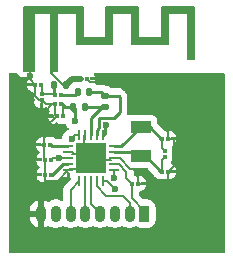
<source format=gbr>
%TF.GenerationSoftware,KiCad,Pcbnew,8.0.0*%
%TF.CreationDate,2025-02-14T14:26:33-04:00*%
%TF.ProjectId,Proyecto 1 Kicad,50726f79-6563-4746-9f20-31204b696361,rev?*%
%TF.SameCoordinates,Original*%
%TF.FileFunction,Copper,L1,Top*%
%TF.FilePolarity,Positive*%
%FSLAX46Y46*%
G04 Gerber Fmt 4.6, Leading zero omitted, Abs format (unit mm)*
G04 Created by KiCad (PCBNEW 8.0.0) date 2025-02-14 14:26:33*
%MOMM*%
%LPD*%
G01*
G04 APERTURE LIST*
G04 Aperture macros list*
%AMRoundRect*
0 Rectangle with rounded corners*
0 $1 Rounding radius*
0 $2 $3 $4 $5 $6 $7 $8 $9 X,Y pos of 4 corners*
0 Add a 4 corners polygon primitive as box body*
4,1,4,$2,$3,$4,$5,$6,$7,$8,$9,$2,$3,0*
0 Add four circle primitives for the rounded corners*
1,1,$1+$1,$2,$3*
1,1,$1+$1,$4,$5*
1,1,$1+$1,$6,$7*
1,1,$1+$1,$8,$9*
0 Add four rect primitives between the rounded corners*
20,1,$1+$1,$2,$3,$4,$5,0*
20,1,$1+$1,$4,$5,$6,$7,0*
20,1,$1+$1,$6,$7,$8,$9,0*
20,1,$1+$1,$8,$9,$2,$3,0*%
G04 Aperture macros list end*
%TA.AperFunction,Conductor*%
%ADD10C,0.152400*%
%TD*%
%TA.AperFunction,EtchedComponent*%
%ADD11C,0.152400*%
%TD*%
%TA.AperFunction,SMDPad,CuDef*%
%ADD12R,1.800000X1.000000*%
%TD*%
%TA.AperFunction,SMDPad,CuDef*%
%ADD13RoundRect,0.062500X0.062500X-0.350000X0.062500X0.350000X-0.062500X0.350000X-0.062500X-0.350000X0*%
%TD*%
%TA.AperFunction,SMDPad,CuDef*%
%ADD14RoundRect,0.062500X0.350000X-0.062500X0.350000X0.062500X-0.350000X0.062500X-0.350000X-0.062500X0*%
%TD*%
%TA.AperFunction,HeatsinkPad*%
%ADD15R,2.500000X2.500000*%
%TD*%
%TA.AperFunction,SMDPad,CuDef*%
%ADD16RoundRect,0.075000X0.075000X-0.125000X0.075000X0.125000X-0.075000X0.125000X-0.075000X-0.125000X0*%
%TD*%
%TA.AperFunction,SMDPad,CuDef*%
%ADD17RoundRect,0.075000X0.125000X0.075000X-0.125000X0.075000X-0.125000X-0.075000X0.125000X-0.075000X0*%
%TD*%
%TA.AperFunction,SMDPad,CuDef*%
%ADD18RoundRect,0.147500X-0.147500X-0.172500X0.147500X-0.172500X0.147500X0.172500X-0.147500X0.172500X0*%
%TD*%
%TA.AperFunction,SMDPad,CuDef*%
%ADD19RoundRect,0.147500X0.147500X0.172500X-0.147500X0.172500X-0.147500X-0.172500X0.147500X-0.172500X0*%
%TD*%
%TA.AperFunction,SMDPad,CuDef*%
%ADD20RoundRect,0.147500X-0.172500X0.147500X-0.172500X-0.147500X0.172500X-0.147500X0.172500X0.147500X0*%
%TD*%
%TA.AperFunction,ComponentPad*%
%ADD21RoundRect,0.225000X0.225000X0.475000X-0.225000X0.475000X-0.225000X-0.475000X0.225000X-0.475000X0*%
%TD*%
%TA.AperFunction,ComponentPad*%
%ADD22O,0.900000X1.400000*%
%TD*%
%TA.AperFunction,SMDPad,CuDef*%
%ADD23RoundRect,0.075000X-0.125000X-0.075000X0.125000X-0.075000X0.125000X0.075000X-0.125000X0.075000X0*%
%TD*%
%TA.AperFunction,SMDPad,CuDef*%
%ADD24RoundRect,0.075000X-0.075000X0.125000X-0.075000X-0.125000X0.075000X-0.125000X0.075000X0.125000X0*%
%TD*%
%TA.AperFunction,ConnectorPad*%
%ADD25R,0.500000X0.500000*%
%TD*%
%TA.AperFunction,ComponentPad*%
%ADD26R,0.900000X0.500000*%
%TD*%
%TA.AperFunction,ViaPad*%
%ADD27C,0.600000*%
%TD*%
%TA.AperFunction,Conductor*%
%ADD28C,0.200000*%
%TD*%
%TA.AperFunction,Conductor*%
%ADD29C,0.254000*%
%TD*%
%TA.AperFunction,Conductor*%
%ADD30C,0.508000*%
%TD*%
G04 APERTURE END LIST*
D10*
%TO.N,GND*%
X147828000Y-95250000D02*
X147828000Y-94718300D01*
%TO.N,Net-(AE1-A)*%
X149606000Y-94996000D02*
X150029000Y-94573000D01*
X150622000Y-96012000D02*
X149606000Y-94996000D01*
%TO.N,GND*%
X152146000Y-103124000D02*
X151130000Y-103124000D01*
X153670000Y-103124000D02*
X152146000Y-103124000D01*
X153670000Y-101854000D02*
X153670000Y-103124000D01*
X152400000Y-101854000D02*
X153670000Y-101854000D01*
X151384000Y-101854000D02*
X152400000Y-101854000D01*
X152400000Y-100584000D02*
X152400000Y-101854000D01*
X154686000Y-102362000D02*
X153416000Y-102362000D01*
D11*
%TD*%
%TO.C,AE1*%
X152332000Y-92063000D02*
X154332000Y-92063000D01*
X154332000Y-89423000D01*
X157032000Y-89423000D01*
X157032000Y-92063000D01*
X159032000Y-92063000D01*
X159032000Y-89423000D01*
X161732000Y-89423000D01*
X161732000Y-93863000D01*
X161232000Y-93863000D01*
X161232000Y-89923000D01*
X159532000Y-89923000D01*
X159532000Y-92563000D01*
X156532000Y-92563000D01*
X156532000Y-89923000D01*
X154832000Y-89923000D01*
X154832000Y-92563000D01*
X151832000Y-92563000D01*
X151832000Y-89923000D01*
X150132000Y-89923000D01*
X150132000Y-94823000D01*
X149632000Y-94823000D01*
X149632000Y-89923000D01*
X148232000Y-89923000D01*
X148232000Y-94823000D01*
X147332000Y-94823000D01*
X147332000Y-94579785D01*
X147634417Y-94579785D01*
X147644258Y-94627395D01*
X147668326Y-94669797D01*
X147706269Y-94702581D01*
X147714181Y-94706935D01*
X147756844Y-94719043D01*
X147805363Y-94718300D01*
X147850878Y-94705400D01*
X147869489Y-94694787D01*
X147903132Y-94659553D01*
X147923691Y-94614368D01*
X147930222Y-94564842D01*
X147921782Y-94516583D01*
X147904888Y-94484357D01*
X147869628Y-94451687D01*
X147824318Y-94431592D01*
X147774733Y-94425018D01*
X147726647Y-94432908D01*
X147693755Y-94449814D01*
X147658815Y-94486584D01*
X147639153Y-94531378D01*
X147634417Y-94579785D01*
X147332000Y-94579785D01*
X147332000Y-89423000D01*
X152332000Y-89423000D01*
X152332000Y-92063000D01*
%TA.AperFunction,EtchedComponent*%
%TO.C,AE1*%
G36*
X152332000Y-92063000D02*
G01*
X154332000Y-92063000D01*
X154332000Y-89423000D01*
X157032000Y-89423000D01*
X157032000Y-92063000D01*
X159032000Y-92063000D01*
X159032000Y-89423000D01*
X161732000Y-89423000D01*
X161732000Y-93863000D01*
X161232000Y-93863000D01*
X161232000Y-89923000D01*
X159532000Y-89923000D01*
X159532000Y-92563000D01*
X156532000Y-92563000D01*
X156532000Y-89923000D01*
X154832000Y-89923000D01*
X154832000Y-92563000D01*
X151832000Y-92563000D01*
X151832000Y-89923000D01*
X150132000Y-89923000D01*
X150132000Y-94823000D01*
X149632000Y-94823000D01*
X149632000Y-89923000D01*
X148232000Y-89923000D01*
X148232000Y-94823000D01*
X147332000Y-94823000D01*
X147332000Y-94579785D01*
X147634417Y-94579785D01*
X147644258Y-94627395D01*
X147668326Y-94669797D01*
X147706269Y-94702581D01*
X147714181Y-94706935D01*
X147756844Y-94719043D01*
X147805363Y-94718300D01*
X147850878Y-94705400D01*
X147869489Y-94694787D01*
X147903132Y-94659553D01*
X147923691Y-94614368D01*
X147930222Y-94564842D01*
X147921782Y-94516583D01*
X147904888Y-94484357D01*
X147869628Y-94451687D01*
X147824318Y-94431592D01*
X147774733Y-94425018D01*
X147726647Y-94432908D01*
X147693755Y-94449814D01*
X147658815Y-94486584D01*
X147639153Y-94531378D01*
X147634417Y-94579785D01*
X147332000Y-94579785D01*
X147332000Y-89423000D01*
X152332000Y-89423000D01*
X152332000Y-92063000D01*
G37*
%TD.AperFunction*%
%TD*%
D12*
%TO.P,y1,1,1*%
%TO.N,Net-(U1-XC2)*%
X157226000Y-102088000D03*
%TO.P,y1,2,2*%
%TO.N,Net-(U1-XC1)*%
X157226000Y-99588000D03*
%TD*%
D13*
%TO.P,U1,1,CE*%
%TO.N,Net-(J1-Pin_6)*%
X152025000Y-104182500D03*
%TO.P,U1,2,CSN*%
%TO.N,Net-(J1-Pin_5)*%
X152525000Y-104182500D03*
%TO.P,U1,3,SCK*%
%TO.N,Net-(J1-Pin_4)*%
X153025000Y-104182500D03*
%TO.P,U1,4,MOSI*%
%TO.N,Net-(J1-Pin_2)*%
X153525000Y-104182500D03*
%TO.P,U1,5,MISO*%
%TO.N,Net-(J1-Pin_3)*%
X154025000Y-104182500D03*
D14*
%TO.P,U1,6,IRQ*%
%TO.N,Net-(J1-Pin_7)*%
X154962500Y-103245000D03*
%TO.P,U1,7,VDD*%
%TO.N,VDD*%
X154962500Y-102745000D03*
%TO.P,U1,8,VSS*%
%TO.N,GND*%
X154962500Y-102245000D03*
%TO.P,U1,9,XC2*%
%TO.N,Net-(U1-XC2)*%
X154962500Y-101745000D03*
%TO.P,U1,10,XC1*%
%TO.N,Net-(U1-XC1)*%
X154962500Y-101245000D03*
D13*
%TO.P,U1,11,VDD_PA*%
%TO.N,Net-(U1-VDD_PA)*%
X154025000Y-100307500D03*
%TO.P,U1,12,ANT1*%
%TO.N,Net-(U1-ANT1)*%
X153525000Y-100307500D03*
%TO.P,U1,13,ANT2*%
%TO.N,Net-(U1-ANT2)*%
X153025000Y-100307500D03*
%TO.P,U1,14,VSS*%
%TO.N,GND*%
X152525000Y-100307500D03*
%TO.P,U1,15,VDD*%
%TO.N,VDD*%
X152025000Y-100307500D03*
D14*
%TO.P,U1,16,IREF*%
%TO.N,Net-(U1-IREF)*%
X151087500Y-101245000D03*
%TO.P,U1,17,VSS*%
%TO.N,GND*%
X151087500Y-101745000D03*
%TO.P,U1,18,VDD*%
%TO.N,VDD*%
X151087500Y-102245000D03*
%TO.P,U1,19,DVDD*%
%TO.N,Net-(U1-DVDD)*%
X151087500Y-102745000D03*
%TO.P,U1,20,VSS*%
%TO.N,GND*%
X151087500Y-103245000D03*
D15*
%TO.P,U1,21*%
%TO.N,N/C*%
X153025000Y-102245000D03*
%TD*%
D16*
%TO.P,R2,1*%
%TO.N,Net-(U1-XC2)*%
X159258000Y-102108000D03*
%TO.P,R2,2*%
%TO.N,Net-(U1-XC1)*%
X159258000Y-101608000D03*
%TD*%
D17*
%TO.P,R1,1*%
%TO.N,Net-(U1-IREF)*%
X149581000Y-101092000D03*
%TO.P,R1,2*%
%TO.N,GND*%
X149081000Y-101092000D03*
%TD*%
D18*
%TO.P,L4,1,1*%
%TO.N,Net-(C10-Pad1)*%
X149906000Y-96012000D03*
%TO.P,L4,2,2*%
%TO.N,Net-(AE1-A)*%
X150876000Y-96012000D03*
%TD*%
D19*
%TO.P,L3,1,1*%
%TO.N,Net-(U1-ANT2)*%
X152494000Y-97907000D03*
%TO.P,L3,2,2*%
%TO.N,Net-(U1-VDD_PA)*%
X151524000Y-97907000D03*
%TD*%
%TO.P,L2,1,1*%
%TO.N,Net-(U1-ANT1)*%
X152885000Y-96637000D03*
%TO.P,L2,2,2*%
%TO.N,Net-(C7-Pad1)*%
X151915000Y-96637000D03*
%TD*%
D20*
%TO.P,L1,1,1*%
%TO.N,Net-(U1-ANT1)*%
X154178000Y-96937000D03*
%TO.P,L1,2,2*%
%TO.N,Net-(U1-ANT2)*%
X154178000Y-97907000D03*
%TD*%
D21*
%TO.P,J1,1,Pin_1*%
%TO.N,VDD*%
X157537000Y-106934000D03*
D22*
%TO.P,J1,2,Pin_2*%
%TO.N,Net-(J1-Pin_2)*%
X156287000Y-106934000D03*
%TO.P,J1,3,Pin_3*%
%TO.N,Net-(J1-Pin_3)*%
X155037000Y-106934000D03*
%TO.P,J1,4,Pin_4*%
%TO.N,Net-(J1-Pin_4)*%
X153787000Y-106934000D03*
%TO.P,J1,5,Pin_5*%
%TO.N,Net-(J1-Pin_5)*%
X152537000Y-106934000D03*
%TO.P,J1,6,Pin_6*%
%TO.N,Net-(J1-Pin_6)*%
X151287000Y-106934000D03*
%TO.P,J1,7,Pin_7*%
%TO.N,Net-(J1-Pin_7)*%
X150037000Y-106934000D03*
%TO.P,J1,8,Pin_8*%
%TO.N,GND*%
X148787000Y-106934000D03*
%TD*%
D23*
%TO.P,C11,1*%
%TO.N,Net-(AE1-A)*%
X152150000Y-95504000D03*
%TO.P,C11,2*%
%TO.N,GND*%
X152650000Y-95504000D03*
%TD*%
D17*
%TO.P,C10,1*%
%TO.N,Net-(C10-Pad1)*%
X148819000Y-96012000D03*
%TO.P,C10,2*%
%TO.N,GND*%
X148319000Y-96012000D03*
%TD*%
%TO.P,C9,2*%
%TO.N,GND*%
X150002000Y-97653000D03*
%TO.P,C9,1*%
%TO.N,Net-(U1-VDD_PA)*%
X150502000Y-97653000D03*
%TD*%
D24*
%TO.P,C8,1*%
%TO.N,Net-(C10-Pad1)*%
X148844000Y-96778000D03*
%TO.P,C8,2*%
%TO.N,GND*%
X148844000Y-97278000D03*
%TD*%
D17*
%TO.P,C7,1*%
%TO.N,Net-(C7-Pad1)*%
X150481000Y-96891000D03*
%TO.P,C7,2*%
%TO.N,Net-(C10-Pad1)*%
X149981000Y-96891000D03*
%TD*%
%TO.P,C6,1*%
%TO.N,Net-(U1-VDD_PA)*%
X150618000Y-98669000D03*
%TO.P,C6,2*%
%TO.N,GND*%
X150118000Y-98669000D03*
%TD*%
D23*
%TO.P,c5,1*%
%TO.N,Net-(U1-XC1)*%
X159012000Y-100584000D03*
%TO.P,c5,2*%
%TO.N,GND*%
X159512000Y-100584000D03*
%TD*%
%TO.P,c4,1*%
%TO.N,Net-(U1-XC2)*%
X159012000Y-103378000D03*
%TO.P,c4,2*%
%TO.N,GND*%
X159512000Y-103378000D03*
%TD*%
D17*
%TO.P,C3,1*%
%TO.N,VDD*%
X149602000Y-102362000D03*
%TO.P,C3,2*%
%TO.N,GND*%
X149102000Y-102362000D03*
%TD*%
%TO.P,C2,1*%
%TO.N,Net-(U1-DVDD)*%
X149606000Y-103632000D03*
%TO.P,C2,2*%
%TO.N,GND*%
X149106000Y-103632000D03*
%TD*%
D23*
%TO.P,C1,1*%
%TO.N,VDD*%
X156468000Y-104394000D03*
%TO.P,C1,2*%
%TO.N,GND*%
X156968000Y-104394000D03*
%TD*%
D25*
%TO.P,AE1,1,A*%
%TO.N,Net-(AE1-A)*%
X149882000Y-94573000D03*
D26*
%TO.P,AE1,2*%
%TO.N,N/C*%
X147782000Y-94573000D03*
%TD*%
D27*
%TO.N,GND*%
X147828000Y-95250000D03*
X153670000Y-103124000D03*
X152146000Y-103124000D03*
X153670000Y-101854000D03*
X152400000Y-101854000D03*
X149098000Y-98298000D03*
X153670000Y-95758000D03*
X159258000Y-104902000D03*
X148844000Y-104648000D03*
X159512000Y-99314000D03*
%TO.N,VDD*%
X150326614Y-102192170D03*
X151384000Y-100584000D03*
%TO.N,Net-(J1-Pin_7)*%
X154950765Y-103875235D03*
%TO.N,Net-(J1-Pin_3)*%
X155037000Y-104810000D03*
%TO.N,Net-(U1-VDD_PA)*%
X154297000Y-99433000D03*
X151638000Y-99060000D03*
%TD*%
D28*
%TO.N,GND*%
X147828000Y-95521000D02*
X148319000Y-96012000D01*
X147828000Y-95250000D02*
X147828000Y-95521000D01*
X159512000Y-99314000D02*
X159512000Y-100584000D01*
X155455072Y-102245000D02*
X154962500Y-102245000D01*
X156334072Y-103124000D02*
X155455072Y-102245000D01*
X156972000Y-103124000D02*
X156334072Y-103124000D01*
X156968000Y-103128000D02*
X156972000Y-103124000D01*
X156968000Y-104394000D02*
X156968000Y-103128000D01*
D29*
%TO.N,Net-(U1-XC2)*%
X157226000Y-102088000D02*
X157695000Y-102088000D01*
X157695000Y-102088000D02*
X158985000Y-103378000D01*
X156883000Y-101745000D02*
X157226000Y-102088000D01*
X154962500Y-101745000D02*
X156883000Y-101745000D01*
%TO.N,Net-(U1-XC1)*%
X157226000Y-99588000D02*
X157989000Y-99588000D01*
X155569000Y-101245000D02*
X157226000Y-99588000D01*
X154962500Y-101245000D02*
X155569000Y-101245000D01*
X157989000Y-99588000D02*
X158985000Y-100584000D01*
D28*
%TO.N,GND*%
X152450000Y-100382500D02*
X152450000Y-100584000D01*
X152525000Y-100307500D02*
X152450000Y-100382500D01*
X149743000Y-97653000D02*
X149098000Y-98298000D01*
X150002000Y-97653000D02*
X149743000Y-97653000D01*
X150192500Y-104140000D02*
X149106000Y-104140000D01*
X149106000Y-103632000D02*
X149106000Y-104140000D01*
X149106000Y-104140000D02*
X149106000Y-104386000D01*
X151087500Y-103245000D02*
X150192500Y-104140000D01*
X159258000Y-104902000D02*
X159258000Y-104394000D01*
X151087500Y-101745000D02*
X151475000Y-101745000D01*
X152704000Y-95558000D02*
X152704000Y-95504000D01*
X153670000Y-95758000D02*
X152904000Y-95758000D01*
X152904000Y-95758000D02*
X152704000Y-95558000D01*
X148611590Y-97278000D02*
X148844000Y-97278000D01*
X148319000Y-96985410D02*
X148611590Y-97278000D01*
X148319000Y-96012000D02*
X148319000Y-96985410D01*
X149219000Y-97653000D02*
X148844000Y-97278000D01*
X150002000Y-97653000D02*
X149219000Y-97653000D01*
X150002000Y-98553000D02*
X150118000Y-98669000D01*
X150002000Y-97653000D02*
X150002000Y-98553000D01*
X149081000Y-102341000D02*
X149102000Y-102362000D01*
X149081000Y-101092000D02*
X149081000Y-102341000D01*
X149081000Y-99706000D02*
X149081000Y-101092000D01*
X150118000Y-98669000D02*
X149081000Y-99706000D01*
X149102000Y-102362000D02*
X149102000Y-103628000D01*
X149102000Y-103628000D02*
X149106000Y-103632000D01*
X148787000Y-104705000D02*
X148844000Y-104648000D01*
X148787000Y-106934000D02*
X148787000Y-104705000D01*
X149106000Y-104386000D02*
X148844000Y-104648000D01*
X159258000Y-104394000D02*
X159512000Y-104140000D01*
X159512000Y-104140000D02*
X159512000Y-103378000D01*
X156968000Y-104394000D02*
X159258000Y-104394000D01*
%TO.N,VDD*%
X150379444Y-102245000D02*
X150326614Y-102192170D01*
X151087500Y-102245000D02*
X150379444Y-102245000D01*
X151660500Y-100307500D02*
X151384000Y-100584000D01*
X152025000Y-100307500D02*
X151660500Y-100307500D01*
%TO.N,GND*%
X160020000Y-102870000D02*
X159512000Y-103378000D01*
X160020000Y-100584000D02*
X160020000Y-102870000D01*
X159512000Y-100584000D02*
X160020000Y-100584000D01*
%TO.N,VDD*%
X157537000Y-106679314D02*
X157537000Y-106934000D01*
X156468000Y-105610314D02*
X157537000Y-106679314D01*
X156468000Y-104394000D02*
X156468000Y-105610314D01*
%TO.N,Net-(J1-Pin_7)*%
X154962500Y-103863500D02*
X154950765Y-103875235D01*
X154962500Y-103245000D02*
X154962500Y-103863500D01*
%TO.N,Net-(J1-Pin_3)*%
X154409500Y-104182500D02*
X155037000Y-104810000D01*
X154025000Y-104182500D02*
X154409500Y-104182500D01*
%TO.N,Net-(J1-Pin_2)*%
X156287000Y-105995000D02*
X156287000Y-106934000D01*
X155702000Y-105410000D02*
X156287000Y-105995000D01*
X154325614Y-105410000D02*
X155702000Y-105410000D01*
X153525000Y-104609386D02*
X154325614Y-105410000D01*
X153525000Y-104182500D02*
X153525000Y-104609386D01*
%TO.N,Net-(J1-Pin_4)*%
X153787000Y-106873340D02*
X153787000Y-106934000D01*
X153025000Y-106111340D02*
X153787000Y-106873340D01*
X153025000Y-104182500D02*
X153025000Y-106111340D01*
%TO.N,Net-(J1-Pin_5)*%
X152525000Y-106922000D02*
X152537000Y-106934000D01*
X152525000Y-104182500D02*
X152525000Y-106922000D01*
%TO.N,Net-(J1-Pin_6)*%
X151287000Y-104920500D02*
X151287000Y-106934000D01*
X152025000Y-104182500D02*
X151287000Y-104920500D01*
%TO.N,VDD*%
X156026000Y-103381614D02*
X156026000Y-103952000D01*
X156026000Y-103952000D02*
X156468000Y-104394000D01*
X155389386Y-102745000D02*
X156026000Y-103381614D01*
X154962500Y-102745000D02*
X155389386Y-102745000D01*
%TO.N,Net-(U1-XC2)*%
X159258000Y-102108000D02*
X159012000Y-102354000D01*
X159012000Y-102354000D02*
X159012000Y-103378000D01*
%TO.N,VDD*%
X149719000Y-102245000D02*
X151087500Y-102245000D01*
X149602000Y-102362000D02*
X149719000Y-102245000D01*
%TO.N,Net-(C10-Pad1)*%
X148844000Y-96037000D02*
X148819000Y-96012000D01*
X148844000Y-96778000D02*
X148844000Y-96037000D01*
X149868000Y-96778000D02*
X149981000Y-96891000D01*
X148844000Y-96778000D02*
X149868000Y-96778000D01*
%TO.N,Net-(U1-VDD_PA)*%
X150618000Y-97769000D02*
X150618000Y-98669000D01*
X150502000Y-97653000D02*
X150618000Y-97769000D01*
%TO.N,Net-(U1-XC1)*%
X159012000Y-101362000D02*
X159012000Y-100584000D01*
X159258000Y-101608000D02*
X159012000Y-101362000D01*
D29*
%TO.N,Net-(U1-DVDD)*%
X150622432Y-102745000D02*
X149735432Y-103632000D01*
X149735432Y-103632000D02*
X149633000Y-103632000D01*
X151087500Y-102745000D02*
X150622432Y-102745000D01*
%TO.N,Net-(U1-IREF)*%
X149761000Y-101245000D02*
X149608000Y-101092000D01*
X151087500Y-101245000D02*
X149761000Y-101245000D01*
%TO.N,Net-(U1-VDD_PA)*%
X154178000Y-99314000D02*
X154297000Y-99433000D01*
X154178000Y-100154500D02*
X154178000Y-99314000D01*
X154025000Y-100307500D02*
X154178000Y-100154500D01*
X151638000Y-98021000D02*
X151524000Y-97907000D01*
X151638000Y-99060000D02*
X151638000Y-98021000D01*
%TO.N,Net-(U1-ANT2)*%
X153926947Y-97907000D02*
X154178000Y-97907000D01*
X153025000Y-98808947D02*
X153926947Y-97907000D01*
X153025000Y-100307500D02*
X153025000Y-98808947D01*
%TO.N,Net-(U1-ANT1)*%
X155357000Y-96937000D02*
X154178000Y-96937000D01*
X155448000Y-97028000D02*
X155357000Y-96937000D01*
X155448000Y-98298000D02*
X155448000Y-97028000D01*
X154940000Y-98806000D02*
X155448000Y-98298000D01*
X153670000Y-98806000D02*
X154940000Y-98806000D01*
X153670000Y-99697432D02*
X153670000Y-98806000D01*
X153525000Y-99842432D02*
X153670000Y-99697432D01*
X153525000Y-100307500D02*
X153525000Y-99842432D01*
%TO.N,Net-(U1-VDD_PA)*%
X151524000Y-97907000D02*
X151524000Y-98226999D01*
%TO.N,Net-(U1-ANT2)*%
X152494000Y-97907000D02*
X154178000Y-97907000D01*
%TO.N,Net-(U1-VDD_PA)*%
X150783000Y-97907000D02*
X150529000Y-97653000D01*
X151524000Y-97907000D02*
X150783000Y-97907000D01*
%TO.N,Net-(U1-ANT1)*%
X153878000Y-96637000D02*
X154178000Y-96937000D01*
X152885000Y-96637000D02*
X153878000Y-96637000D01*
%TO.N,Net-(C7-Pad1)*%
X151661000Y-96891000D02*
X150508000Y-96891000D01*
X151915000Y-96637000D02*
X151661000Y-96891000D01*
%TO.N,Net-(C10-Pad1)*%
X149906000Y-96843000D02*
X149954000Y-96891000D01*
X149906000Y-96012000D02*
X149906000Y-96843000D01*
D30*
%TO.N,Net-(AE1-A)*%
X151384000Y-95504000D02*
X150876000Y-96012000D01*
X152150000Y-95504000D02*
X151384000Y-95504000D01*
%TD*%
%TA.AperFunction,Conductor*%
%TO.N,GND*%
G36*
X146763603Y-95015685D02*
G01*
X146809358Y-95068489D01*
X146811125Y-95072548D01*
X146828231Y-95113847D01*
X146828232Y-95113849D01*
X146828233Y-95113850D01*
X146920676Y-95234324D01*
X147041150Y-95326767D01*
X147181445Y-95384879D01*
X147332000Y-95404700D01*
X147332007Y-95404700D01*
X147626229Y-95404700D01*
X147693268Y-95424385D01*
X147739023Y-95477189D01*
X147748967Y-95546347D01*
X147724605Y-95604187D01*
X147691736Y-95647021D01*
X147633801Y-95786891D01*
X147633800Y-95786896D01*
X147623911Y-95861999D01*
X147623912Y-95862000D01*
X147994500Y-95862000D01*
X148061539Y-95881685D01*
X148107294Y-95934489D01*
X148118500Y-95986000D01*
X148118500Y-96038000D01*
X148098815Y-96105039D01*
X148046011Y-96150794D01*
X147994500Y-96162000D01*
X147623912Y-96162000D01*
X147633800Y-96237103D01*
X147633801Y-96237108D01*
X147691736Y-96376978D01*
X147783905Y-96497094D01*
X147904021Y-96589263D01*
X148043891Y-96647198D01*
X148043896Y-96647200D01*
X148085684Y-96652701D01*
X148149581Y-96680966D01*
X148188053Y-96739290D01*
X148193500Y-96775640D01*
X148193500Y-96940721D01*
X148203111Y-97013729D01*
X148203111Y-97046097D01*
X148194000Y-97115307D01*
X148194000Y-97128000D01*
X148209360Y-97143360D01*
X148224088Y-97147685D01*
X148264439Y-97190004D01*
X148266299Y-97193226D01*
X148266302Y-97193233D01*
X148266306Y-97193238D01*
X148293374Y-97228514D01*
X148318568Y-97293683D01*
X148304530Y-97362128D01*
X148255716Y-97412117D01*
X148194998Y-97428000D01*
X148194000Y-97428000D01*
X148194000Y-97440697D01*
X148208800Y-97553104D01*
X148208801Y-97553108D01*
X148266736Y-97692978D01*
X148358905Y-97813094D01*
X148479021Y-97905263D01*
X148618896Y-97963200D01*
X148618901Y-97963201D01*
X148693998Y-97973087D01*
X148694000Y-97973086D01*
X148694000Y-97602500D01*
X148713685Y-97535461D01*
X148766489Y-97489706D01*
X148818000Y-97478500D01*
X148870000Y-97478500D01*
X148937039Y-97498185D01*
X148982794Y-97550989D01*
X148994000Y-97602500D01*
X148994000Y-97973086D01*
X148994001Y-97973087D01*
X149069098Y-97963201D01*
X149069100Y-97963201D01*
X149196050Y-97910617D01*
X149265520Y-97903148D01*
X149327999Y-97934423D01*
X149358064Y-97977726D01*
X149374736Y-98017978D01*
X149466909Y-98138099D01*
X149472652Y-98143842D01*
X149470932Y-98145561D01*
X149504869Y-98192040D01*
X149509021Y-98261786D01*
X149492955Y-98295912D01*
X149494802Y-98296979D01*
X149490737Y-98304018D01*
X149432801Y-98443891D01*
X149432800Y-98443896D01*
X149422911Y-98518999D01*
X149422912Y-98519000D01*
X149793500Y-98519000D01*
X149860539Y-98538685D01*
X149906294Y-98591489D01*
X149917500Y-98643000D01*
X149917500Y-98695000D01*
X149897815Y-98762039D01*
X149845011Y-98807794D01*
X149793500Y-98819000D01*
X149422912Y-98819000D01*
X149432800Y-98894103D01*
X149432801Y-98894108D01*
X149490736Y-99033978D01*
X149582905Y-99154094D01*
X149703021Y-99246263D01*
X149842891Y-99304198D01*
X149842895Y-99304199D01*
X149955302Y-99318999D01*
X149955317Y-99319000D01*
X149968000Y-99319000D01*
X149968000Y-99318001D01*
X149987685Y-99250962D01*
X150040489Y-99205207D01*
X150109647Y-99195263D01*
X150167484Y-99219624D01*
X150202767Y-99246698D01*
X150202774Y-99246701D01*
X150205996Y-99248561D01*
X150208178Y-99250850D01*
X150209216Y-99251646D01*
X150209091Y-99251807D01*
X150254213Y-99299127D01*
X150256162Y-99307162D01*
X150268000Y-99319000D01*
X150280691Y-99319000D01*
X150349899Y-99309888D01*
X150382270Y-99309888D01*
X150439354Y-99317403D01*
X150453426Y-99319256D01*
X150455280Y-99319500D01*
X150455287Y-99319500D01*
X150780711Y-99319500D01*
X150780720Y-99319500D01*
X150780728Y-99319498D01*
X150784428Y-99319256D01*
X150852613Y-99334508D01*
X150901728Y-99384202D01*
X150909591Y-99402034D01*
X150912211Y-99409523D01*
X150912212Y-99409524D01*
X151008184Y-99562262D01*
X151094690Y-99648768D01*
X151128175Y-99710091D01*
X151123191Y-99779783D01*
X151081319Y-99835716D01*
X151047969Y-99853489D01*
X151034479Y-99858210D01*
X150881737Y-99954184D01*
X150754184Y-100081737D01*
X150658211Y-100234476D01*
X150598631Y-100404745D01*
X150598630Y-100404750D01*
X150587067Y-100507383D01*
X150560001Y-100571797D01*
X150502406Y-100611353D01*
X150463847Y-100617500D01*
X150172815Y-100617500D01*
X150105776Y-100597815D01*
X150097338Y-100591883D01*
X149996233Y-100514302D01*
X149996229Y-100514300D01*
X149908238Y-100477853D01*
X149856236Y-100456313D01*
X149842171Y-100454461D01*
X149743727Y-100441500D01*
X149743720Y-100441500D01*
X149418280Y-100441500D01*
X149418278Y-100441500D01*
X149345269Y-100451111D01*
X149312901Y-100451111D01*
X149243692Y-100442000D01*
X149231000Y-100442000D01*
X149215639Y-100457360D01*
X149211315Y-100472087D01*
X149169004Y-100512433D01*
X149165766Y-100514302D01*
X149130486Y-100541374D01*
X149065317Y-100566568D01*
X148996872Y-100552530D01*
X148946883Y-100503716D01*
X148931000Y-100442998D01*
X148931000Y-100442000D01*
X148918302Y-100442000D01*
X148805895Y-100456800D01*
X148805891Y-100456801D01*
X148666021Y-100514736D01*
X148545905Y-100606905D01*
X148453736Y-100727021D01*
X148395801Y-100866891D01*
X148395800Y-100866896D01*
X148385911Y-100941999D01*
X148385912Y-100942000D01*
X148756500Y-100942000D01*
X148823539Y-100961685D01*
X148869294Y-101014489D01*
X148880500Y-101066000D01*
X148880500Y-101118000D01*
X148860815Y-101185039D01*
X148808011Y-101230794D01*
X148756500Y-101242000D01*
X148385912Y-101242000D01*
X148395800Y-101317103D01*
X148395801Y-101317108D01*
X148453736Y-101456978D01*
X148545906Y-101577096D01*
X148623558Y-101636680D01*
X148664761Y-101693108D01*
X148668916Y-101762854D01*
X148634704Y-101823774D01*
X148623560Y-101833430D01*
X148566908Y-101876902D01*
X148474736Y-101997021D01*
X148416801Y-102136891D01*
X148416800Y-102136896D01*
X148406911Y-102211999D01*
X148406912Y-102212000D01*
X148777500Y-102212000D01*
X148844539Y-102231685D01*
X148890294Y-102284489D01*
X148901500Y-102336000D01*
X148901500Y-102388000D01*
X148881815Y-102455039D01*
X148829011Y-102500794D01*
X148777500Y-102512000D01*
X148406912Y-102512000D01*
X148416800Y-102587103D01*
X148416801Y-102587108D01*
X148474736Y-102726978D01*
X148566905Y-102847094D01*
X148636059Y-102900158D01*
X148677261Y-102956586D01*
X148681416Y-103026332D01*
X148647203Y-103087253D01*
X148636060Y-103096909D01*
X148570906Y-103146904D01*
X148478736Y-103267021D01*
X148420801Y-103406891D01*
X148420800Y-103406896D01*
X148410911Y-103481999D01*
X148410912Y-103482000D01*
X148781500Y-103482000D01*
X148848539Y-103501685D01*
X148894294Y-103554489D01*
X148905500Y-103606000D01*
X148905500Y-103658000D01*
X148885815Y-103725039D01*
X148833011Y-103770794D01*
X148781500Y-103782000D01*
X148410912Y-103782000D01*
X148420800Y-103857103D01*
X148420801Y-103857108D01*
X148478736Y-103996978D01*
X148570905Y-104117094D01*
X148691021Y-104209263D01*
X148830891Y-104267198D01*
X148830895Y-104267199D01*
X148943302Y-104281999D01*
X148943317Y-104282000D01*
X148956000Y-104282000D01*
X148956000Y-104281001D01*
X148975685Y-104213962D01*
X149028489Y-104168207D01*
X149097647Y-104158263D01*
X149155484Y-104182624D01*
X149190767Y-104209698D01*
X149190774Y-104209701D01*
X149193996Y-104211561D01*
X149196178Y-104213850D01*
X149197216Y-104214646D01*
X149197091Y-104214807D01*
X149242213Y-104262127D01*
X149244162Y-104270162D01*
X149256000Y-104282000D01*
X149268691Y-104282000D01*
X149337899Y-104272888D01*
X149370270Y-104272888D01*
X149427354Y-104280403D01*
X149439474Y-104281999D01*
X149443280Y-104282500D01*
X149443287Y-104282500D01*
X149768713Y-104282500D01*
X149768720Y-104282500D01*
X149881236Y-104267687D01*
X150021233Y-104209698D01*
X150141451Y-104117451D01*
X150149860Y-104106492D01*
X150160551Y-104094298D01*
X150222843Y-104032008D01*
X150396785Y-103858065D01*
X150458102Y-103824584D01*
X150527794Y-103829568D01*
X150531915Y-103831189D01*
X150590658Y-103855521D01*
X150700622Y-103869999D01*
X150700637Y-103870000D01*
X150962500Y-103870000D01*
X150962500Y-103496500D01*
X150982185Y-103429461D01*
X151034989Y-103383706D01*
X151086500Y-103372500D01*
X151088500Y-103372500D01*
X151155539Y-103392185D01*
X151201294Y-103444989D01*
X151212500Y-103496500D01*
X151212500Y-103870000D01*
X151222309Y-103879809D01*
X151255941Y-103889685D01*
X151301696Y-103942489D01*
X151311640Y-104011647D01*
X151282615Y-104075203D01*
X151276583Y-104081681D01*
X150806481Y-104551782D01*
X150806475Y-104551790D01*
X150760892Y-104630744D01*
X150760892Y-104630745D01*
X150727423Y-104688715D01*
X150686499Y-104841443D01*
X150686499Y-104841445D01*
X150686499Y-105009546D01*
X150686500Y-105009559D01*
X150686500Y-105742836D01*
X150666815Y-105809875D01*
X150614011Y-105855630D01*
X150544853Y-105865574D01*
X150493615Y-105845942D01*
X150487240Y-105841683D01*
X150487228Y-105841676D01*
X150314251Y-105770027D01*
X150314243Y-105770025D01*
X150130620Y-105733500D01*
X150130616Y-105733500D01*
X149943384Y-105733500D01*
X149943379Y-105733500D01*
X149759756Y-105770025D01*
X149759748Y-105770027D01*
X149586771Y-105841676D01*
X149586757Y-105841684D01*
X149480440Y-105912723D01*
X149413763Y-105933601D01*
X149346383Y-105915116D01*
X149342660Y-105912723D01*
X149237005Y-105842127D01*
X149236991Y-105842119D01*
X149064103Y-105770507D01*
X149064100Y-105770506D01*
X149037000Y-105765115D01*
X149037000Y-106767011D01*
X149027060Y-106749795D01*
X148971205Y-106693940D01*
X148902796Y-106654444D01*
X148826496Y-106634000D01*
X148747504Y-106634000D01*
X148671204Y-106654444D01*
X148602795Y-106693940D01*
X148546940Y-106749795D01*
X148507444Y-106818204D01*
X148487000Y-106894504D01*
X148487000Y-106973496D01*
X148507444Y-107049796D01*
X148546940Y-107118205D01*
X148602795Y-107174060D01*
X148671204Y-107213556D01*
X148747504Y-107234000D01*
X148826496Y-107234000D01*
X148902796Y-107213556D01*
X148971205Y-107174060D01*
X149027060Y-107118205D01*
X149037000Y-107100988D01*
X149037000Y-108102881D01*
X149064103Y-108097491D01*
X149064110Y-108097489D01*
X149236987Y-108025882D01*
X149237001Y-108025874D01*
X149342657Y-107955276D01*
X149409334Y-107934397D01*
X149476714Y-107952881D01*
X149480429Y-107955268D01*
X149586769Y-108026322D01*
X149759749Y-108097973D01*
X149943374Y-108134498D01*
X149943379Y-108134499D01*
X149943383Y-108134500D01*
X149943384Y-108134500D01*
X150130617Y-108134500D01*
X150130618Y-108134499D01*
X150314251Y-108097973D01*
X150487231Y-108026322D01*
X150487901Y-108025874D01*
X150593109Y-107955577D01*
X150659787Y-107934699D01*
X150727167Y-107953183D01*
X150730891Y-107955577D01*
X150836762Y-108026318D01*
X150836768Y-108026321D01*
X150836769Y-108026322D01*
X151009749Y-108097973D01*
X151193374Y-108134498D01*
X151193379Y-108134499D01*
X151193383Y-108134500D01*
X151193384Y-108134500D01*
X151380617Y-108134500D01*
X151380618Y-108134499D01*
X151564251Y-108097973D01*
X151737231Y-108026322D01*
X151737901Y-108025874D01*
X151843109Y-107955577D01*
X151909787Y-107934699D01*
X151977167Y-107953183D01*
X151980891Y-107955577D01*
X152086762Y-108026318D01*
X152086768Y-108026321D01*
X152086769Y-108026322D01*
X152259749Y-108097973D01*
X152443374Y-108134498D01*
X152443379Y-108134499D01*
X152443383Y-108134500D01*
X152443384Y-108134500D01*
X152630617Y-108134500D01*
X152630618Y-108134499D01*
X152814251Y-108097973D01*
X152987231Y-108026322D01*
X152987901Y-108025874D01*
X153093109Y-107955577D01*
X153159787Y-107934699D01*
X153227167Y-107953183D01*
X153230891Y-107955577D01*
X153336762Y-108026318D01*
X153336768Y-108026321D01*
X153336769Y-108026322D01*
X153509749Y-108097973D01*
X153693374Y-108134498D01*
X153693379Y-108134499D01*
X153693383Y-108134500D01*
X153693384Y-108134500D01*
X153880617Y-108134500D01*
X153880618Y-108134499D01*
X154064251Y-108097973D01*
X154237231Y-108026322D01*
X154237901Y-108025874D01*
X154343109Y-107955577D01*
X154409787Y-107934699D01*
X154477167Y-107953183D01*
X154480891Y-107955577D01*
X154586762Y-108026318D01*
X154586768Y-108026321D01*
X154586769Y-108026322D01*
X154759749Y-108097973D01*
X154943374Y-108134498D01*
X154943379Y-108134499D01*
X154943383Y-108134500D01*
X154943384Y-108134500D01*
X155130617Y-108134500D01*
X155130618Y-108134499D01*
X155314251Y-108097973D01*
X155487231Y-108026322D01*
X155487901Y-108025874D01*
X155593109Y-107955577D01*
X155659787Y-107934699D01*
X155727167Y-107953183D01*
X155730891Y-107955577D01*
X155836762Y-108026318D01*
X155836768Y-108026321D01*
X155836769Y-108026322D01*
X156009749Y-108097973D01*
X156193374Y-108134498D01*
X156193379Y-108134499D01*
X156193383Y-108134500D01*
X156193384Y-108134500D01*
X156380617Y-108134500D01*
X156380618Y-108134499D01*
X156564251Y-108097973D01*
X156737231Y-108026322D01*
X156763964Y-108008459D01*
X156830638Y-107987580D01*
X156897952Y-108006021D01*
X157003303Y-108071003D01*
X157164292Y-108124349D01*
X157263655Y-108134500D01*
X157810344Y-108134499D01*
X157810352Y-108134498D01*
X157810355Y-108134498D01*
X157864760Y-108128940D01*
X157909708Y-108124349D01*
X158070697Y-108071003D01*
X158215044Y-107981968D01*
X158334968Y-107862044D01*
X158424003Y-107717697D01*
X158477349Y-107556708D01*
X158487500Y-107457345D01*
X158487499Y-106410656D01*
X158477349Y-106311292D01*
X158424003Y-106150303D01*
X158423999Y-106150297D01*
X158423998Y-106150294D01*
X158334970Y-106005959D01*
X158334967Y-106005955D01*
X158215044Y-105886032D01*
X158215040Y-105886029D01*
X158070705Y-105797001D01*
X158070699Y-105796998D01*
X158070697Y-105796997D01*
X157990752Y-105770506D01*
X157909709Y-105743651D01*
X157810352Y-105733500D01*
X157810345Y-105733500D01*
X157491783Y-105733500D01*
X157424744Y-105713815D01*
X157404102Y-105697181D01*
X157104819Y-105397898D01*
X157071334Y-105336575D01*
X157068500Y-105310217D01*
X157068500Y-105160932D01*
X157088185Y-105093893D01*
X157140989Y-105048138D01*
X157176315Y-105037993D01*
X157243103Y-105029200D01*
X157243108Y-105029198D01*
X157382978Y-104971263D01*
X157503094Y-104879094D01*
X157595263Y-104758978D01*
X157653198Y-104619108D01*
X157653199Y-104619103D01*
X157663088Y-104544000D01*
X157292500Y-104544000D01*
X157225461Y-104524315D01*
X157179706Y-104471511D01*
X157168500Y-104420000D01*
X157168500Y-104368000D01*
X157188185Y-104300961D01*
X157240989Y-104255206D01*
X157292500Y-104244000D01*
X157663088Y-104244000D01*
X157663088Y-104243999D01*
X157653199Y-104168896D01*
X157653198Y-104168891D01*
X157595263Y-104029021D01*
X157503094Y-103908905D01*
X157382978Y-103816736D01*
X157243108Y-103758801D01*
X157243104Y-103758800D01*
X157130697Y-103744000D01*
X157118000Y-103744000D01*
X157118000Y-103744998D01*
X157098315Y-103812037D01*
X157045511Y-103857792D01*
X156976353Y-103867736D01*
X156918514Y-103843374D01*
X156883233Y-103816302D01*
X156879996Y-103814433D01*
X156877812Y-103812142D01*
X156876786Y-103811355D01*
X156876908Y-103811194D01*
X156831783Y-103763864D01*
X156829835Y-103755835D01*
X156818000Y-103744000D01*
X156805313Y-103744000D01*
X156766682Y-103749085D01*
X156697647Y-103738317D01*
X156645393Y-103691936D01*
X156626500Y-103626145D01*
X156626500Y-103302560D01*
X156626499Y-103302553D01*
X156616512Y-103265279D01*
X156610969Y-103244591D01*
X156612633Y-103174741D01*
X156651796Y-103116879D01*
X156716025Y-103089376D01*
X156730744Y-103088499D01*
X157756718Y-103088499D01*
X157823757Y-103108184D01*
X157844399Y-103124818D01*
X158311343Y-103591762D01*
X158338223Y-103631990D01*
X158382265Y-103738317D01*
X158384302Y-103743233D01*
X158476549Y-103863451D01*
X158596767Y-103955698D01*
X158736764Y-104013687D01*
X158837894Y-104027001D01*
X158845474Y-104027999D01*
X158849280Y-104028500D01*
X158849287Y-104028500D01*
X159174713Y-104028500D01*
X159174720Y-104028500D01*
X159247730Y-104018888D01*
X159280099Y-104018888D01*
X159349302Y-104027999D01*
X159349317Y-104028000D01*
X159362000Y-104028000D01*
X159377360Y-104012639D01*
X159381685Y-103997912D01*
X159424004Y-103957561D01*
X159427221Y-103955702D01*
X159427233Y-103955698D01*
X159462515Y-103928624D01*
X159527681Y-103903431D01*
X159596126Y-103917468D01*
X159646116Y-103966282D01*
X159662000Y-104027001D01*
X159662000Y-104028000D01*
X159674683Y-104028000D01*
X159674697Y-104027999D01*
X159787104Y-104013199D01*
X159787108Y-104013198D01*
X159926978Y-103955263D01*
X160047094Y-103863094D01*
X160139263Y-103742978D01*
X160197198Y-103603108D01*
X160197199Y-103603103D01*
X160207088Y-103528000D01*
X159836500Y-103528000D01*
X159769461Y-103508315D01*
X159723706Y-103455511D01*
X159712500Y-103404000D01*
X159712500Y-103352000D01*
X159732185Y-103284961D01*
X159784989Y-103239206D01*
X159836500Y-103228000D01*
X160207088Y-103228000D01*
X160207088Y-103227999D01*
X160197199Y-103152896D01*
X160197198Y-103152891D01*
X160139263Y-103013021D01*
X160047094Y-102892905D01*
X159926979Y-102800737D01*
X159845431Y-102766959D01*
X159791028Y-102723118D01*
X159768963Y-102656824D01*
X159786242Y-102589125D01*
X159794509Y-102576911D01*
X159835697Y-102523234D01*
X159835696Y-102523234D01*
X159835698Y-102523233D01*
X159893687Y-102383236D01*
X159908500Y-102270720D01*
X159908500Y-101945280D01*
X159899140Y-101874186D01*
X159899140Y-101841814D01*
X159908499Y-101770727D01*
X159908500Y-101770720D01*
X159908500Y-101445280D01*
X159893687Y-101332764D01*
X159884222Y-101309915D01*
X159876754Y-101240448D01*
X159908029Y-101177969D01*
X159923297Y-101164088D01*
X160047094Y-101069094D01*
X160139263Y-100948978D01*
X160197198Y-100809108D01*
X160197199Y-100809103D01*
X160207088Y-100734000D01*
X159836500Y-100734000D01*
X159769461Y-100714315D01*
X159723706Y-100661511D01*
X159712500Y-100610000D01*
X159712500Y-100558000D01*
X159732185Y-100490961D01*
X159784989Y-100445206D01*
X159836500Y-100434000D01*
X160207088Y-100434000D01*
X160207088Y-100433999D01*
X160197199Y-100358896D01*
X160197198Y-100358891D01*
X160139263Y-100219021D01*
X160047094Y-100098905D01*
X159926978Y-100006736D01*
X159787108Y-99948801D01*
X159787104Y-99948800D01*
X159674697Y-99934000D01*
X159662000Y-99934000D01*
X159662000Y-99934998D01*
X159642315Y-100002037D01*
X159589511Y-100047792D01*
X159520353Y-100057736D01*
X159462514Y-100033374D01*
X159427233Y-100006302D01*
X159423996Y-100004433D01*
X159421812Y-100002142D01*
X159420786Y-100001355D01*
X159420908Y-100001194D01*
X159375783Y-99953864D01*
X159373835Y-99945835D01*
X159362000Y-99934000D01*
X159349308Y-99934000D01*
X159297806Y-99940780D01*
X159228771Y-99930014D01*
X159193941Y-99905522D01*
X158662818Y-99374399D01*
X158629333Y-99313076D01*
X158626499Y-99286718D01*
X158626499Y-99040129D01*
X158626498Y-99040123D01*
X158625837Y-99033978D01*
X158620091Y-98980517D01*
X158587910Y-98894236D01*
X158569797Y-98845671D01*
X158569793Y-98845664D01*
X158483547Y-98730455D01*
X158483544Y-98730452D01*
X158368335Y-98644206D01*
X158368328Y-98644202D01*
X158233482Y-98593908D01*
X158233483Y-98593908D01*
X158173883Y-98587501D01*
X158173881Y-98587500D01*
X158173873Y-98587500D01*
X158173864Y-98587500D01*
X156278129Y-98587500D01*
X156278123Y-98587501D01*
X156218512Y-98593909D01*
X156210969Y-98595692D01*
X156210431Y-98593418D01*
X156152366Y-98597566D01*
X156091046Y-98564076D01*
X156057566Y-98502750D01*
X156057118Y-98452213D01*
X156065508Y-98410034D01*
X156075500Y-98359804D01*
X156075500Y-98236197D01*
X156075500Y-96966197D01*
X156075500Y-96966194D01*
X156051386Y-96844970D01*
X156051385Y-96844969D01*
X156051385Y-96844965D01*
X156022670Y-96775640D01*
X156004086Y-96730773D01*
X156004079Y-96730760D01*
X155935412Y-96627993D01*
X155896682Y-96589263D01*
X155848008Y-96540589D01*
X155757008Y-96449589D01*
X155747135Y-96442992D01*
X155654239Y-96380920D01*
X155654226Y-96380913D01*
X155609349Y-96362325D01*
X155540035Y-96333614D01*
X155540027Y-96333612D01*
X155418807Y-96309500D01*
X155418803Y-96309500D01*
X154838273Y-96309500D01*
X154771234Y-96289815D01*
X154752331Y-96274582D01*
X154750817Y-96273408D01*
X154609895Y-96190068D01*
X154609892Y-96190066D01*
X154452679Y-96144391D01*
X154452673Y-96144390D01*
X154415947Y-96141500D01*
X154415940Y-96141500D01*
X154303517Y-96141500D01*
X154236478Y-96121815D01*
X154234626Y-96120602D01*
X154175230Y-96080915D01*
X154134827Y-96064180D01*
X154061035Y-96033614D01*
X154061027Y-96033612D01*
X153939807Y-96009500D01*
X153939803Y-96009500D01*
X153545273Y-96009500D01*
X153478234Y-95989815D01*
X153457592Y-95973181D01*
X153432825Y-95948414D01*
X153432816Y-95948407D01*
X153374060Y-95913659D01*
X153326376Y-95862590D01*
X153313873Y-95793848D01*
X153322620Y-95759473D01*
X153335200Y-95729102D01*
X153345088Y-95654000D01*
X153028500Y-95654000D01*
X152961461Y-95634315D01*
X152915706Y-95581511D01*
X152904500Y-95530000D01*
X152904500Y-95478000D01*
X152924185Y-95410961D01*
X152976989Y-95365206D01*
X153028500Y-95354000D01*
X153345088Y-95354000D01*
X153345088Y-95353999D01*
X153335199Y-95278896D01*
X153335199Y-95278894D01*
X153289039Y-95167453D01*
X153281570Y-95097983D01*
X153312845Y-95035504D01*
X153372934Y-94999852D01*
X153403600Y-94996000D01*
X164221500Y-94996000D01*
X164288539Y-95015685D01*
X164334294Y-95068489D01*
X164345500Y-95120000D01*
X164345500Y-110119500D01*
X164325815Y-110186539D01*
X164273011Y-110232294D01*
X164221500Y-110243500D01*
X146166500Y-110243500D01*
X146099461Y-110223815D01*
X146053706Y-110171011D01*
X146042500Y-110119500D01*
X146042500Y-107184000D01*
X147837000Y-107184000D01*
X147837000Y-107277571D01*
X147873506Y-107461097D01*
X147873508Y-107461105D01*
X147945119Y-107633991D01*
X147945124Y-107634000D01*
X148049086Y-107789589D01*
X148049089Y-107789593D01*
X148181406Y-107921910D01*
X148181410Y-107921913D01*
X148336999Y-108025875D01*
X148337012Y-108025882D01*
X148509889Y-108097489D01*
X148509896Y-108097491D01*
X148537000Y-108102882D01*
X148537000Y-107184000D01*
X147837000Y-107184000D01*
X146042500Y-107184000D01*
X146042500Y-106684000D01*
X147837000Y-106684000D01*
X148537000Y-106684000D01*
X148537000Y-105765116D01*
X148536999Y-105765115D01*
X148509899Y-105770506D01*
X148509896Y-105770507D01*
X148337008Y-105842119D01*
X148336999Y-105842124D01*
X148181410Y-105946086D01*
X148181406Y-105946089D01*
X148049089Y-106078406D01*
X148049086Y-106078410D01*
X147945124Y-106233999D01*
X147945119Y-106234008D01*
X147873508Y-106406894D01*
X147873506Y-106406902D01*
X147837000Y-106590428D01*
X147837000Y-106684000D01*
X146042500Y-106684000D01*
X146042500Y-95120000D01*
X146062185Y-95052961D01*
X146114989Y-95007206D01*
X146166500Y-94996000D01*
X146696564Y-94996000D01*
X146763603Y-95015685D01*
G37*
%TD.AperFunction*%
%TD*%
M02*

</source>
